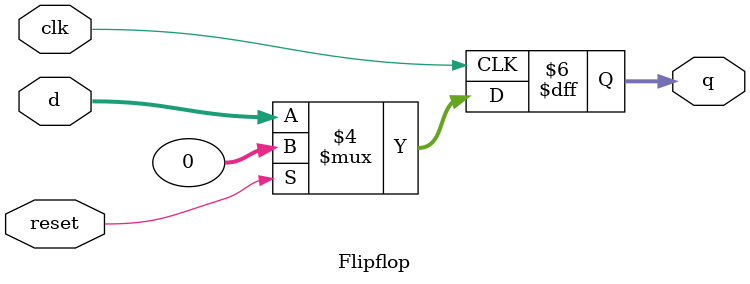
<source format=v>
`timescale 1ns/1ns

module Flipflop (clk, reset, q, d);
input clk, reset;
input [31:0] d;
output reg [31:0] q;

always @(posedge clk) begin

	if(!reset)
	q <= d;
	else 
	q <= 0;
	end
endmodule
</source>
